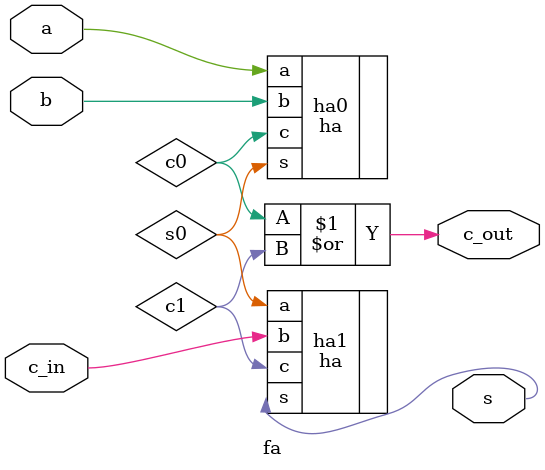
<source format=sv>
`ifndef __FA_SVH_
`define __FA_SVH_

`default_nettype none
`timescale 1us/100 ns

`include "ha.sv"

module fa(a, b, c_in, s, c_out);

    input wire a, b, c_in;
    output wire s, c_out;

    wire s0, c0, c1;

    ha ha0(.a(a),  .b(b),    .s(s0), .c(c0));
    ha ha1(.a(s0), .b(c_in), .s(s),  .c(c1));

    assign c_out = c0 | c1;

endmodule

`endif  /* __FA_SVH_ */

</source>
